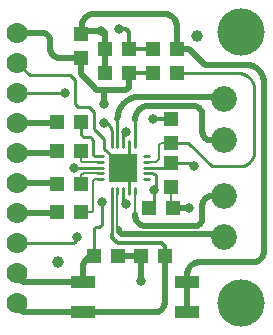
<source format=gbr>
G04 EAGLE Gerber RS-274X export*
G75*
%MOMM*%
%FSLAX34Y34*%
%LPD*%
%INTop Copper*%
%IPPOS*%
%AMOC8*
5,1,8,0,0,1.08239X$1,22.5*%
G01*
%ADD10R,2.450000X2.450000*%
%ADD11C,0.280000*%
%ADD12R,1.200000X1.300000*%
%ADD13R,1.300000X1.200000*%
%ADD14C,1.778000*%
%ADD15C,2.184400*%
%ADD16C,1.000000*%
%ADD17C,4.000000*%
%ADD18R,2.000000X1.100000*%
%ADD19C,0.500000*%
%ADD20C,0.300000*%
%ADD21C,0.250000*%
%ADD22C,0.800100*%
%ADD23C,0.254000*%
%ADD24C,0.203200*%


D10*
X105000Y140000D03*
D11*
X87600Y130000D02*
X82900Y130000D01*
X95000Y122600D02*
X95000Y117900D01*
X100000Y117900D02*
X100000Y122600D01*
X105000Y122600D02*
X105000Y117900D01*
X110000Y117900D02*
X110000Y122600D01*
X115000Y122600D02*
X115000Y117900D01*
X122400Y130000D02*
X127100Y130000D01*
X127100Y135000D02*
X122400Y135000D01*
X122400Y140000D02*
X127100Y140000D01*
X127100Y145000D02*
X122400Y145000D01*
X122400Y150000D02*
X127100Y150000D01*
X115000Y157400D02*
X115000Y162100D01*
X87600Y150000D02*
X82900Y150000D01*
X82900Y145000D02*
X87600Y145000D01*
X87600Y140000D02*
X82900Y140000D01*
X82900Y135000D02*
X87600Y135000D01*
X110000Y157400D02*
X110000Y162100D01*
X105000Y162100D02*
X105000Y157400D01*
X100000Y157400D02*
X100000Y162100D01*
X95000Y162100D02*
X95000Y157400D01*
D12*
X140160Y65000D03*
X119840Y65000D03*
X79840Y65000D03*
X100160Y65000D03*
X129840Y220000D03*
X150160Y220000D03*
X89840Y240000D03*
X110160Y240000D03*
D13*
X69000Y232840D03*
X69000Y253160D03*
D12*
X126840Y106000D03*
X147160Y106000D03*
D13*
X145000Y144160D03*
X145000Y123840D03*
X145000Y160840D03*
X145000Y181160D03*
D14*
X15000Y254300D03*
X15000Y228900D03*
X15000Y203500D03*
X15000Y178100D03*
X15000Y152700D03*
X15000Y127300D03*
X15000Y101900D03*
X15000Y76500D03*
X15000Y51100D03*
X15000Y25700D03*
D12*
X150160Y240000D03*
X129840Y240000D03*
X110160Y220000D03*
X89840Y220000D03*
D15*
X190000Y116000D03*
X190000Y81000D03*
X190000Y198000D03*
X190000Y163000D03*
D16*
X167000Y251000D03*
X50000Y60000D03*
D17*
X205000Y25000D03*
X205000Y255000D03*
D18*
X159000Y17300D03*
X159000Y42700D03*
X71000Y17300D03*
X71000Y42700D03*
D12*
X48840Y126000D03*
X69160Y126000D03*
X48840Y102000D03*
X69160Y102000D03*
X48840Y179000D03*
X69160Y179000D03*
X48840Y154000D03*
X69160Y154000D03*
D19*
X71000Y17300D02*
X23400Y17300D01*
X23197Y17302D01*
X22994Y17310D01*
X22792Y17322D01*
X22589Y17339D01*
X22387Y17361D01*
X22186Y17388D01*
X21986Y17420D01*
X21786Y17456D01*
X21587Y17498D01*
X21390Y17544D01*
X21193Y17595D01*
X20998Y17651D01*
X20804Y17711D01*
X20612Y17776D01*
X20421Y17846D01*
X20232Y17920D01*
X20045Y17999D01*
X19860Y18082D01*
X19677Y18170D01*
X19496Y18262D01*
X19318Y18359D01*
X19142Y18459D01*
X18968Y18564D01*
X18797Y18674D01*
X18628Y18787D01*
X18463Y18904D01*
X18300Y19026D01*
X18140Y19151D01*
X17983Y19280D01*
X17830Y19413D01*
X17679Y19549D01*
X17533Y19689D01*
X17389Y19833D01*
X17249Y19979D01*
X17113Y20130D01*
X16980Y20283D01*
X16851Y20440D01*
X16726Y20600D01*
X16604Y20763D01*
X16487Y20928D01*
X16374Y21097D01*
X16264Y21268D01*
X16159Y21442D01*
X16059Y21618D01*
X15962Y21796D01*
X15870Y21977D01*
X15782Y22160D01*
X15699Y22345D01*
X15620Y22532D01*
X15546Y22721D01*
X15476Y22912D01*
X15411Y23104D01*
X15351Y23298D01*
X15295Y23493D01*
X15244Y23690D01*
X15198Y23887D01*
X15156Y24086D01*
X15120Y24286D01*
X15088Y24486D01*
X15061Y24687D01*
X15039Y24889D01*
X15022Y25092D01*
X15010Y25294D01*
X15002Y25497D01*
X15000Y25700D01*
X71000Y17300D02*
X131300Y17300D01*
X131510Y17303D01*
X131720Y17310D01*
X131930Y17323D01*
X132140Y17341D01*
X132349Y17363D01*
X132557Y17391D01*
X132765Y17424D01*
X132972Y17462D01*
X133177Y17505D01*
X133382Y17553D01*
X133586Y17606D01*
X133788Y17663D01*
X133988Y17726D01*
X134188Y17793D01*
X134385Y17865D01*
X134581Y17942D01*
X134774Y18024D01*
X134966Y18110D01*
X135156Y18201D01*
X135343Y18297D01*
X135528Y18396D01*
X135711Y18501D01*
X135890Y18610D01*
X136068Y18723D01*
X136242Y18840D01*
X136414Y18962D01*
X136582Y19087D01*
X136748Y19217D01*
X136910Y19350D01*
X137069Y19488D01*
X137225Y19629D01*
X137377Y19774D01*
X137526Y19923D01*
X137671Y20075D01*
X137812Y20231D01*
X137950Y20390D01*
X138083Y20552D01*
X138213Y20718D01*
X138338Y20886D01*
X138460Y21058D01*
X138577Y21232D01*
X138690Y21410D01*
X138799Y21589D01*
X138904Y21772D01*
X139003Y21957D01*
X139099Y22144D01*
X139190Y22334D01*
X139276Y22526D01*
X139358Y22719D01*
X139435Y22915D01*
X139507Y23112D01*
X139574Y23312D01*
X139637Y23512D01*
X139694Y23714D01*
X139747Y23918D01*
X139795Y24123D01*
X139838Y24328D01*
X139876Y24535D01*
X139909Y24743D01*
X139937Y24951D01*
X139959Y25160D01*
X139977Y25370D01*
X139990Y25580D01*
X139997Y25790D01*
X140000Y26000D01*
X140000Y64840D01*
X140002Y64863D01*
X140006Y64885D01*
X140014Y64906D01*
X140025Y64927D01*
X140039Y64945D01*
X140055Y64961D01*
X140073Y64975D01*
X140094Y64986D01*
X140115Y64994D01*
X140137Y64998D01*
X140160Y65000D01*
D20*
X140160Y71840D01*
X140158Y71968D01*
X140152Y72096D01*
X140142Y72224D01*
X140128Y72351D01*
X140111Y72478D01*
X140089Y72604D01*
X140064Y72730D01*
X140034Y72855D01*
X140001Y72978D01*
X139964Y73101D01*
X139924Y73223D01*
X139879Y73343D01*
X139831Y73462D01*
X139779Y73579D01*
X139724Y73694D01*
X139665Y73808D01*
X139603Y73920D01*
X139537Y74030D01*
X139468Y74138D01*
X139395Y74244D01*
X139320Y74347D01*
X139241Y74448D01*
X139159Y74547D01*
X139074Y74643D01*
X138987Y74736D01*
X138896Y74827D01*
X138803Y74914D01*
X138707Y74999D01*
X138608Y75081D01*
X138507Y75160D01*
X138404Y75235D01*
X138298Y75308D01*
X138190Y75377D01*
X138080Y75443D01*
X137968Y75505D01*
X137854Y75564D01*
X137739Y75619D01*
X137622Y75671D01*
X137503Y75719D01*
X137383Y75764D01*
X137261Y75804D01*
X137138Y75841D01*
X137015Y75874D01*
X136890Y75904D01*
X136764Y75929D01*
X136638Y75951D01*
X136511Y75968D01*
X136384Y75982D01*
X136256Y75992D01*
X136128Y75998D01*
X136000Y76000D01*
X103000Y76000D01*
X102807Y76002D01*
X102613Y76009D01*
X102421Y76021D01*
X102228Y76037D01*
X102036Y76058D01*
X101844Y76084D01*
X101653Y76114D01*
X101463Y76149D01*
X101274Y76188D01*
X101085Y76232D01*
X100898Y76281D01*
X100712Y76334D01*
X100528Y76392D01*
X100345Y76454D01*
X100163Y76520D01*
X99983Y76591D01*
X99805Y76666D01*
X99629Y76745D01*
X99454Y76829D01*
X99282Y76916D01*
X99112Y77008D01*
X98944Y77104D01*
X98779Y77204D01*
X98616Y77308D01*
X98455Y77416D01*
X98298Y77528D01*
X98143Y77643D01*
X97991Y77763D01*
X97841Y77885D01*
X97695Y78012D01*
X97552Y78142D01*
X97412Y78275D01*
X97275Y78412D01*
X97142Y78552D01*
X97012Y78695D01*
X96885Y78841D01*
X96763Y78991D01*
X96643Y79143D01*
X96528Y79298D01*
X96416Y79455D01*
X96308Y79616D01*
X96204Y79779D01*
X96104Y79944D01*
X96008Y80112D01*
X95916Y80282D01*
X95829Y80454D01*
X95745Y80629D01*
X95666Y80805D01*
X95591Y80983D01*
X95520Y81163D01*
X95454Y81345D01*
X95392Y81528D01*
X95334Y81712D01*
X95281Y81898D01*
X95232Y82085D01*
X95188Y82274D01*
X95149Y82463D01*
X95114Y82653D01*
X95084Y82844D01*
X95058Y83036D01*
X95037Y83228D01*
X95021Y83421D01*
X95009Y83613D01*
X95002Y83807D01*
X95000Y84000D01*
D21*
X95000Y120250D01*
D19*
X71000Y42700D02*
X23400Y42700D01*
X23197Y42702D01*
X22994Y42710D01*
X22792Y42722D01*
X22589Y42739D01*
X22387Y42761D01*
X22186Y42788D01*
X21986Y42820D01*
X21786Y42856D01*
X21587Y42898D01*
X21390Y42944D01*
X21193Y42995D01*
X20998Y43051D01*
X20804Y43111D01*
X20612Y43176D01*
X20421Y43246D01*
X20232Y43320D01*
X20045Y43399D01*
X19860Y43482D01*
X19677Y43570D01*
X19496Y43662D01*
X19318Y43759D01*
X19142Y43859D01*
X18968Y43964D01*
X18797Y44074D01*
X18628Y44187D01*
X18463Y44304D01*
X18300Y44426D01*
X18140Y44551D01*
X17983Y44680D01*
X17830Y44813D01*
X17679Y44949D01*
X17533Y45089D01*
X17389Y45233D01*
X17249Y45379D01*
X17113Y45530D01*
X16980Y45683D01*
X16851Y45840D01*
X16726Y46000D01*
X16604Y46163D01*
X16487Y46328D01*
X16374Y46497D01*
X16264Y46668D01*
X16159Y46842D01*
X16059Y47018D01*
X15962Y47196D01*
X15870Y47377D01*
X15782Y47560D01*
X15699Y47745D01*
X15620Y47932D01*
X15546Y48121D01*
X15476Y48312D01*
X15411Y48504D01*
X15351Y48698D01*
X15295Y48893D01*
X15244Y49090D01*
X15198Y49287D01*
X15156Y49486D01*
X15120Y49686D01*
X15088Y49886D01*
X15061Y50087D01*
X15039Y50289D01*
X15022Y50492D01*
X15010Y50694D01*
X15002Y50897D01*
X15000Y51100D01*
X71000Y56160D02*
X71000Y42700D01*
X71000Y56160D02*
X71003Y56374D01*
X71010Y56587D01*
X71023Y56800D01*
X71041Y57013D01*
X71064Y57226D01*
X71093Y57437D01*
X71126Y57648D01*
X71165Y57858D01*
X71208Y58068D01*
X71257Y58276D01*
X71311Y58482D01*
X71369Y58688D01*
X71433Y58892D01*
X71501Y59094D01*
X71574Y59295D01*
X71653Y59494D01*
X71736Y59690D01*
X71823Y59885D01*
X71916Y60078D01*
X72013Y60268D01*
X72114Y60456D01*
X72220Y60642D01*
X72331Y60824D01*
X72446Y61004D01*
X72565Y61182D01*
X72688Y61356D01*
X72816Y61527D01*
X72948Y61695D01*
X73083Y61860D01*
X73223Y62022D01*
X73367Y62180D01*
X73514Y62335D01*
X73665Y62486D01*
X73820Y62633D01*
X73978Y62777D01*
X74140Y62917D01*
X74305Y63052D01*
X74473Y63184D01*
X74644Y63312D01*
X74818Y63435D01*
X74996Y63554D01*
X75176Y63669D01*
X75358Y63780D01*
X75544Y63886D01*
X75732Y63987D01*
X75922Y64084D01*
X76115Y64177D01*
X76310Y64264D01*
X76506Y64347D01*
X76705Y64426D01*
X76906Y64499D01*
X77108Y64567D01*
X77312Y64631D01*
X77518Y64689D01*
X77724Y64743D01*
X77932Y64792D01*
X78142Y64835D01*
X78352Y64874D01*
X78563Y64907D01*
X78774Y64936D01*
X78987Y64959D01*
X79200Y64977D01*
X79413Y64990D01*
X79626Y64997D01*
X79840Y65000D01*
D22*
X89000Y178000D03*
X87000Y111000D03*
D21*
X87000Y98000D01*
X79840Y86840D02*
X79840Y65000D01*
X79840Y86840D02*
X79842Y86950D01*
X79848Y87060D01*
X79857Y87170D01*
X79871Y87280D01*
X79888Y87389D01*
X79909Y87497D01*
X79934Y87604D01*
X79962Y87711D01*
X79995Y87816D01*
X80031Y87921D01*
X80070Y88024D01*
X80113Y88125D01*
X80160Y88225D01*
X80210Y88324D01*
X80263Y88420D01*
X80320Y88515D01*
X80380Y88607D01*
X80444Y88697D01*
X80510Y88785D01*
X80579Y88871D01*
X80652Y88954D01*
X80727Y89035D01*
X80805Y89113D01*
X80886Y89188D01*
X80969Y89261D01*
X81055Y89330D01*
X81143Y89396D01*
X81233Y89460D01*
X81325Y89520D01*
X81420Y89577D01*
X81516Y89630D01*
X81615Y89680D01*
X81715Y89727D01*
X81816Y89770D01*
X81919Y89809D01*
X82024Y89845D01*
X82129Y89878D01*
X82236Y89906D01*
X82343Y89931D01*
X82451Y89952D01*
X82560Y89969D01*
X82670Y89983D01*
X82780Y89992D01*
X82890Y89998D01*
X83000Y90000D01*
X84000Y90000D01*
X84107Y90002D01*
X84214Y90008D01*
X84321Y90017D01*
X84427Y90031D01*
X84533Y90048D01*
X84638Y90069D01*
X84742Y90093D01*
X84845Y90122D01*
X84947Y90154D01*
X85048Y90189D01*
X85148Y90228D01*
X85246Y90271D01*
X85343Y90317D01*
X85438Y90367D01*
X85531Y90420D01*
X85622Y90476D01*
X85711Y90536D01*
X85798Y90598D01*
X85882Y90664D01*
X85965Y90733D01*
X86044Y90804D01*
X86121Y90879D01*
X86196Y90956D01*
X86267Y91035D01*
X86336Y91118D01*
X86402Y91202D01*
X86464Y91289D01*
X86524Y91378D01*
X86580Y91469D01*
X86633Y91562D01*
X86683Y91657D01*
X86729Y91754D01*
X86772Y91852D01*
X86811Y91952D01*
X86846Y92053D01*
X86878Y92155D01*
X86907Y92258D01*
X86931Y92362D01*
X86952Y92467D01*
X86969Y92573D01*
X86983Y92679D01*
X86992Y92786D01*
X86998Y92893D01*
X87000Y93000D01*
X87000Y98000D01*
D23*
X95000Y159750D02*
X95000Y170000D01*
X95022Y170169D01*
X95040Y170339D01*
X95054Y170510D01*
X95064Y170680D01*
X95069Y170851D01*
X95071Y171022D01*
X95068Y171193D01*
X95062Y171364D01*
X95051Y171534D01*
X95036Y171704D01*
X95017Y171874D01*
X94994Y172043D01*
X94966Y172212D01*
X94935Y172380D01*
X94900Y172547D01*
X94860Y172713D01*
X94817Y172879D01*
X94769Y173043D01*
X94718Y173206D01*
X94663Y173368D01*
X94604Y173528D01*
X94541Y173687D01*
X94474Y173844D01*
X94403Y174000D01*
X94329Y174153D01*
X94251Y174305D01*
X94169Y174456D01*
X94084Y174604D01*
X93995Y174750D01*
X93903Y174893D01*
X93807Y175035D01*
X93708Y175174D01*
X93605Y175311D01*
X93499Y175445D01*
X93390Y175576D01*
X93278Y175705D01*
X93163Y175831D01*
X93045Y175955D01*
X92923Y176075D01*
X92799Y176193D01*
X92673Y176307D01*
X92543Y176419D01*
X92411Y176527D01*
X92276Y176632D01*
X92138Y176733D01*
X91999Y176832D01*
X91857Y176927D01*
X91712Y177018D01*
X91566Y177106D01*
X91417Y177190D01*
X91267Y177271D01*
X91114Y177348D01*
X90960Y177422D01*
X90804Y177491D01*
X90646Y177557D01*
X90487Y177619D01*
X90326Y177677D01*
X90164Y177732D01*
X90001Y177782D01*
X89836Y177828D01*
X89671Y177871D01*
X89504Y177909D01*
X89337Y177943D01*
X89169Y177974D01*
X89000Y178000D01*
D24*
X145000Y123840D02*
X145000Y108160D01*
X147160Y106000D01*
D20*
X129840Y220000D02*
X110160Y220000D01*
D19*
X35700Y254300D02*
X15000Y254300D01*
X35700Y254300D02*
X35876Y254298D01*
X36053Y254291D01*
X36229Y254281D01*
X36405Y254266D01*
X36580Y254247D01*
X36755Y254223D01*
X36929Y254196D01*
X37103Y254164D01*
X37275Y254128D01*
X37447Y254088D01*
X37618Y254044D01*
X37787Y253995D01*
X37956Y253943D01*
X38123Y253886D01*
X38289Y253826D01*
X38453Y253761D01*
X38615Y253693D01*
X38776Y253620D01*
X38935Y253544D01*
X39092Y253464D01*
X39248Y253380D01*
X39401Y253292D01*
X39552Y253201D01*
X39700Y253106D01*
X39847Y253008D01*
X39991Y252906D01*
X40132Y252800D01*
X40271Y252692D01*
X40407Y252580D01*
X40541Y252464D01*
X40671Y252346D01*
X40799Y252224D01*
X40924Y252099D01*
X41046Y251971D01*
X41164Y251841D01*
X41280Y251707D01*
X41392Y251571D01*
X41500Y251432D01*
X41606Y251291D01*
X41708Y251147D01*
X41806Y251000D01*
X41901Y250852D01*
X41992Y250701D01*
X42080Y250548D01*
X42164Y250392D01*
X42244Y250235D01*
X42320Y250076D01*
X42393Y249915D01*
X42461Y249753D01*
X42526Y249589D01*
X42586Y249423D01*
X42643Y249256D01*
X42695Y249087D01*
X42744Y248918D01*
X42788Y248747D01*
X42828Y248575D01*
X42864Y248403D01*
X42896Y248229D01*
X42923Y248055D01*
X42947Y247880D01*
X42966Y247705D01*
X42981Y247529D01*
X42991Y247353D01*
X42998Y247176D01*
X43000Y247000D01*
X43000Y241000D01*
X43002Y240807D01*
X43009Y240613D01*
X43021Y240421D01*
X43037Y240228D01*
X43058Y240036D01*
X43084Y239844D01*
X43114Y239653D01*
X43149Y239463D01*
X43188Y239274D01*
X43232Y239085D01*
X43281Y238898D01*
X43334Y238712D01*
X43392Y238528D01*
X43454Y238345D01*
X43520Y238163D01*
X43591Y237983D01*
X43666Y237805D01*
X43745Y237629D01*
X43829Y237454D01*
X43916Y237282D01*
X44008Y237112D01*
X44104Y236944D01*
X44204Y236779D01*
X44308Y236616D01*
X44416Y236455D01*
X44528Y236298D01*
X44643Y236143D01*
X44763Y235991D01*
X44885Y235841D01*
X45012Y235695D01*
X45142Y235552D01*
X45275Y235412D01*
X45412Y235275D01*
X45552Y235142D01*
X45695Y235012D01*
X45841Y234885D01*
X45991Y234763D01*
X46143Y234643D01*
X46298Y234528D01*
X46455Y234416D01*
X46616Y234308D01*
X46779Y234204D01*
X46944Y234104D01*
X47112Y234008D01*
X47282Y233916D01*
X47454Y233829D01*
X47629Y233745D01*
X47805Y233666D01*
X47983Y233591D01*
X48163Y233520D01*
X48345Y233454D01*
X48528Y233392D01*
X48712Y233334D01*
X48898Y233281D01*
X49085Y233232D01*
X49274Y233188D01*
X49463Y233149D01*
X49653Y233114D01*
X49844Y233084D01*
X50036Y233058D01*
X50228Y233037D01*
X50421Y233021D01*
X50613Y233009D01*
X50807Y233002D01*
X51000Y233000D01*
X68840Y233000D01*
X68863Y232998D01*
X68885Y232994D01*
X68906Y232986D01*
X68927Y232975D01*
X68945Y232961D01*
X68961Y232945D01*
X68975Y232927D01*
X68986Y232906D01*
X68994Y232885D01*
X68998Y232863D01*
X69000Y232840D01*
X110160Y220000D02*
X110160Y210160D01*
X110158Y210032D01*
X110152Y209904D01*
X110142Y209776D01*
X110128Y209649D01*
X110111Y209522D01*
X110089Y209396D01*
X110064Y209270D01*
X110034Y209145D01*
X110001Y209022D01*
X109964Y208899D01*
X109924Y208777D01*
X109879Y208657D01*
X109831Y208538D01*
X109779Y208421D01*
X109724Y208306D01*
X109665Y208192D01*
X109603Y208080D01*
X109537Y207970D01*
X109468Y207862D01*
X109395Y207756D01*
X109320Y207653D01*
X109241Y207552D01*
X109159Y207453D01*
X109074Y207357D01*
X108987Y207264D01*
X108896Y207173D01*
X108803Y207086D01*
X108707Y207001D01*
X108608Y206919D01*
X108507Y206840D01*
X108404Y206765D01*
X108298Y206692D01*
X108190Y206623D01*
X108080Y206557D01*
X107968Y206495D01*
X107854Y206436D01*
X107739Y206381D01*
X107622Y206329D01*
X107503Y206281D01*
X107383Y206236D01*
X107261Y206196D01*
X107138Y206159D01*
X107015Y206126D01*
X106890Y206096D01*
X106764Y206071D01*
X106638Y206049D01*
X106511Y206032D01*
X106384Y206018D01*
X106256Y206008D01*
X106128Y206002D01*
X106000Y206000D01*
X90000Y206000D01*
X100160Y65000D02*
X119840Y65000D01*
X119840Y44160D01*
X119842Y44137D01*
X119846Y44115D01*
X119854Y44094D01*
X119865Y44073D01*
X119879Y44055D01*
X119895Y44039D01*
X119913Y44025D01*
X119934Y44014D01*
X119955Y44006D01*
X119977Y44002D01*
X120000Y44000D01*
D22*
X120000Y44000D03*
X161000Y106000D03*
D19*
X147160Y106000D01*
D21*
X105000Y112000D02*
X105000Y120250D01*
X105000Y112000D02*
X104993Y111897D01*
X104989Y111794D01*
X104990Y111691D01*
X104994Y111587D01*
X105002Y111484D01*
X105014Y111382D01*
X105029Y111280D01*
X105049Y111178D01*
X105072Y111078D01*
X105099Y110978D01*
X105130Y110880D01*
X105164Y110782D01*
X105202Y110686D01*
X105244Y110592D01*
X105289Y110499D01*
X105337Y110408D01*
X105389Y110318D01*
X105444Y110231D01*
X105503Y110146D01*
X105564Y110063D01*
X105629Y109982D01*
X105697Y109904D01*
X105767Y109829D01*
X105840Y109756D01*
X105916Y109686D01*
X105995Y109619D01*
X106075Y109555D01*
X106159Y109494D01*
X106244Y109436D01*
X106332Y109381D01*
X106421Y109330D01*
X106513Y109282D01*
X106606Y109237D01*
X106701Y109196D01*
X106797Y109159D01*
X106894Y109125D01*
X106993Y109095D01*
X107093Y109068D01*
X107194Y109046D01*
X107295Y109027D01*
X107397Y109012D01*
X107500Y109000D01*
D22*
X107500Y109000D03*
D21*
X105000Y159750D02*
X105000Y168000D01*
X107500Y170500D01*
D22*
X107500Y170500D03*
X88500Y194000D03*
D19*
X88500Y204500D01*
X88502Y204576D01*
X88508Y204652D01*
X88517Y204727D01*
X88531Y204802D01*
X88548Y204876D01*
X88569Y204949D01*
X88593Y205021D01*
X88622Y205092D01*
X88653Y205161D01*
X88688Y205228D01*
X88727Y205293D01*
X88769Y205357D01*
X88814Y205418D01*
X88862Y205477D01*
X88913Y205533D01*
X88967Y205587D01*
X89023Y205638D01*
X89082Y205686D01*
X89143Y205731D01*
X89207Y205773D01*
X89272Y205812D01*
X89339Y205847D01*
X89408Y205878D01*
X89479Y205907D01*
X89551Y205931D01*
X89624Y205952D01*
X89698Y205969D01*
X89773Y205983D01*
X89848Y205992D01*
X89924Y205998D01*
X90000Y206000D01*
X69000Y219000D02*
X69000Y232840D01*
X69000Y219000D02*
X80000Y208000D01*
X82000Y206000D02*
X90000Y206000D01*
X82000Y206000D02*
X80000Y208000D01*
D21*
X110000Y135000D02*
X110000Y120250D01*
X110000Y135000D02*
X105000Y140000D01*
D22*
X86000Y256000D03*
D19*
X71840Y256000D01*
X71736Y255998D01*
X71633Y255992D01*
X71529Y255983D01*
X71426Y255970D01*
X71324Y255953D01*
X71222Y255932D01*
X71122Y255908D01*
X71022Y255880D01*
X70923Y255848D01*
X70825Y255813D01*
X70729Y255774D01*
X70635Y255731D01*
X70541Y255686D01*
X70450Y255637D01*
X70361Y255584D01*
X70273Y255529D01*
X70188Y255470D01*
X70104Y255408D01*
X70023Y255343D01*
X69945Y255275D01*
X69869Y255205D01*
X69795Y255131D01*
X69725Y255055D01*
X69657Y254977D01*
X69592Y254896D01*
X69530Y254812D01*
X69471Y254727D01*
X69416Y254639D01*
X69363Y254550D01*
X69314Y254459D01*
X69269Y254365D01*
X69226Y254271D01*
X69187Y254175D01*
X69152Y254077D01*
X69120Y253978D01*
X69092Y253878D01*
X69068Y253778D01*
X69047Y253676D01*
X69030Y253574D01*
X69017Y253471D01*
X69008Y253367D01*
X69002Y253264D01*
X69000Y253160D01*
X89840Y240000D02*
X89840Y220000D01*
X89840Y240000D02*
X89840Y252160D01*
X89838Y252283D01*
X89832Y252406D01*
X89822Y252529D01*
X89808Y252651D01*
X89791Y252773D01*
X89769Y252894D01*
X89744Y253014D01*
X89714Y253134D01*
X89681Y253253D01*
X89644Y253370D01*
X89604Y253486D01*
X89559Y253601D01*
X89511Y253714D01*
X89460Y253826D01*
X89405Y253936D01*
X89346Y254044D01*
X89284Y254151D01*
X89218Y254255D01*
X89149Y254357D01*
X89077Y254457D01*
X89002Y254554D01*
X88924Y254649D01*
X88843Y254742D01*
X88758Y254831D01*
X88671Y254918D01*
X88582Y255003D01*
X88489Y255084D01*
X88394Y255162D01*
X88297Y255237D01*
X88197Y255309D01*
X88095Y255378D01*
X87991Y255444D01*
X87884Y255506D01*
X87776Y255565D01*
X87666Y255620D01*
X87554Y255671D01*
X87441Y255719D01*
X87326Y255764D01*
X87210Y255804D01*
X87093Y255841D01*
X86974Y255874D01*
X86854Y255904D01*
X86734Y255929D01*
X86613Y255951D01*
X86491Y255968D01*
X86369Y255982D01*
X86246Y255992D01*
X86123Y255998D01*
X86000Y256000D01*
X150160Y259840D02*
X150160Y240000D01*
X150160Y259840D02*
X150157Y260086D01*
X150148Y260331D01*
X150133Y260576D01*
X150113Y260821D01*
X150086Y261065D01*
X150053Y261308D01*
X150015Y261551D01*
X149971Y261792D01*
X149921Y262032D01*
X149865Y262271D01*
X149803Y262509D01*
X149736Y262745D01*
X149663Y262980D01*
X149584Y263212D01*
X149500Y263443D01*
X149410Y263671D01*
X149315Y263898D01*
X149214Y264121D01*
X149108Y264343D01*
X148996Y264562D01*
X148880Y264778D01*
X148758Y264991D01*
X148631Y265201D01*
X148499Y265408D01*
X148362Y265612D01*
X148220Y265812D01*
X148073Y266009D01*
X147921Y266202D01*
X147765Y266392D01*
X147605Y266577D01*
X147440Y266759D01*
X147270Y266937D01*
X147097Y267110D01*
X146919Y267280D01*
X146737Y267445D01*
X146552Y267605D01*
X146362Y267761D01*
X146169Y267913D01*
X145972Y268060D01*
X145772Y268202D01*
X145568Y268339D01*
X145361Y268471D01*
X145151Y268598D01*
X144938Y268720D01*
X144722Y268836D01*
X144503Y268948D01*
X144281Y269054D01*
X144058Y269155D01*
X143831Y269250D01*
X143603Y269340D01*
X143372Y269424D01*
X143140Y269503D01*
X142905Y269576D01*
X142669Y269643D01*
X142431Y269705D01*
X142192Y269761D01*
X141952Y269811D01*
X141711Y269855D01*
X141468Y269893D01*
X141225Y269926D01*
X140981Y269953D01*
X140736Y269973D01*
X140491Y269988D01*
X140246Y269997D01*
X140000Y270000D01*
X80000Y270000D01*
X79758Y269997D01*
X79517Y269988D01*
X79276Y269974D01*
X79035Y269953D01*
X78795Y269927D01*
X78555Y269895D01*
X78316Y269857D01*
X78079Y269814D01*
X77842Y269764D01*
X77607Y269709D01*
X77373Y269649D01*
X77141Y269582D01*
X76910Y269511D01*
X76681Y269433D01*
X76454Y269350D01*
X76229Y269262D01*
X76006Y269168D01*
X75786Y269069D01*
X75568Y268964D01*
X75353Y268855D01*
X75140Y268740D01*
X74930Y268620D01*
X74724Y268495D01*
X74520Y268365D01*
X74319Y268230D01*
X74122Y268090D01*
X73928Y267946D01*
X73738Y267797D01*
X73552Y267643D01*
X73369Y267485D01*
X73190Y267323D01*
X73015Y267156D01*
X72844Y266985D01*
X72677Y266810D01*
X72515Y266631D01*
X72357Y266448D01*
X72203Y266262D01*
X72054Y266072D01*
X71910Y265878D01*
X71770Y265681D01*
X71635Y265480D01*
X71505Y265276D01*
X71380Y265070D01*
X71260Y264860D01*
X71145Y264647D01*
X71036Y264432D01*
X70931Y264214D01*
X70832Y263994D01*
X70738Y263771D01*
X70650Y263546D01*
X70567Y263319D01*
X70489Y263090D01*
X70418Y262859D01*
X70351Y262627D01*
X70291Y262393D01*
X70236Y262158D01*
X70186Y261921D01*
X70143Y261684D01*
X70105Y261445D01*
X70073Y261205D01*
X70047Y260965D01*
X70026Y260724D01*
X70012Y260483D01*
X70003Y260242D01*
X70000Y260000D01*
X70000Y254160D01*
X69998Y254100D01*
X69993Y254039D01*
X69984Y253980D01*
X69971Y253921D01*
X69955Y253862D01*
X69935Y253805D01*
X69912Y253750D01*
X69885Y253695D01*
X69856Y253643D01*
X69823Y253592D01*
X69787Y253543D01*
X69749Y253497D01*
X69707Y253453D01*
X69663Y253411D01*
X69617Y253373D01*
X69568Y253337D01*
X69517Y253304D01*
X69465Y253275D01*
X69410Y253248D01*
X69355Y253225D01*
X69298Y253205D01*
X69239Y253189D01*
X69180Y253176D01*
X69121Y253167D01*
X69060Y253162D01*
X69000Y253160D01*
X159000Y42700D02*
X159000Y17300D01*
X159000Y42700D02*
X159000Y49000D01*
X159003Y49266D01*
X159013Y49531D01*
X159029Y49797D01*
X159051Y50062D01*
X159080Y50326D01*
X159115Y50589D01*
X159157Y50852D01*
X159205Y51113D01*
X159259Y51374D01*
X159320Y51632D01*
X159386Y51890D01*
X159459Y52145D01*
X159538Y52399D01*
X159624Y52651D01*
X159715Y52901D01*
X159812Y53148D01*
X159915Y53393D01*
X160024Y53635D01*
X160139Y53875D01*
X160260Y54112D01*
X160386Y54346D01*
X160518Y54577D01*
X160656Y54804D01*
X160799Y55028D01*
X160947Y55249D01*
X161101Y55466D01*
X161260Y55679D01*
X161424Y55888D01*
X161593Y56093D01*
X161766Y56294D01*
X161945Y56491D01*
X162128Y56684D01*
X162316Y56872D01*
X162509Y57055D01*
X162706Y57234D01*
X162907Y57407D01*
X163112Y57576D01*
X163321Y57740D01*
X163534Y57899D01*
X163751Y58053D01*
X163972Y58201D01*
X164196Y58344D01*
X164423Y58482D01*
X164654Y58614D01*
X164888Y58740D01*
X165125Y58861D01*
X165365Y58976D01*
X165607Y59085D01*
X165852Y59188D01*
X166099Y59285D01*
X166349Y59376D01*
X166601Y59462D01*
X166855Y59541D01*
X167110Y59614D01*
X167368Y59680D01*
X167626Y59741D01*
X167887Y59795D01*
X168148Y59843D01*
X168411Y59885D01*
X168674Y59920D01*
X168938Y59949D01*
X169203Y59971D01*
X169469Y59987D01*
X169734Y59997D01*
X170000Y60000D01*
X174000Y227000D02*
X161000Y240000D01*
X150160Y240000D01*
D21*
X110000Y159750D02*
X110000Y151000D01*
X108000Y149000D01*
X96000Y149000D01*
X89000Y156000D01*
X89000Y164000D01*
X80000Y173000D01*
X80000Y186000D01*
X80000Y187000D01*
X76000Y191000D01*
X67000Y191000D01*
X64000Y194000D01*
X64000Y214000D01*
X60000Y218000D01*
X25900Y218000D01*
X15000Y228900D01*
X108000Y149000D02*
X108000Y143000D01*
X105000Y140000D01*
D19*
X170000Y60000D02*
X215000Y60000D01*
X215217Y60003D01*
X215435Y60011D01*
X215652Y60024D01*
X215869Y60042D01*
X216085Y60066D01*
X216300Y60094D01*
X216515Y60128D01*
X216729Y60168D01*
X216942Y60212D01*
X217154Y60262D01*
X217364Y60316D01*
X217574Y60376D01*
X217781Y60440D01*
X217987Y60510D01*
X218191Y60585D01*
X218394Y60664D01*
X218594Y60749D01*
X218793Y60838D01*
X218989Y60932D01*
X219183Y61031D01*
X219374Y61134D01*
X219563Y61242D01*
X219749Y61355D01*
X219932Y61472D01*
X220113Y61593D01*
X220290Y61719D01*
X220464Y61849D01*
X220636Y61983D01*
X220804Y62121D01*
X220968Y62263D01*
X221129Y62410D01*
X221287Y62560D01*
X221440Y62713D01*
X221590Y62871D01*
X221737Y63032D01*
X221879Y63196D01*
X222017Y63364D01*
X222151Y63536D01*
X222281Y63710D01*
X222407Y63887D01*
X222528Y64068D01*
X222645Y64251D01*
X222758Y64437D01*
X222866Y64626D01*
X222969Y64817D01*
X223068Y65011D01*
X223162Y65207D01*
X223251Y65406D01*
X223336Y65606D01*
X223415Y65809D01*
X223490Y66013D01*
X223560Y66219D01*
X223624Y66426D01*
X223684Y66636D01*
X223738Y66846D01*
X223788Y67058D01*
X223832Y67271D01*
X223872Y67485D01*
X223906Y67700D01*
X223934Y67915D01*
X223958Y68131D01*
X223976Y68348D01*
X223989Y68565D01*
X223997Y68783D01*
X224000Y69000D01*
X224000Y212000D01*
X223996Y212362D01*
X223982Y212725D01*
X223961Y213087D01*
X223930Y213448D01*
X223891Y213808D01*
X223843Y214167D01*
X223786Y214525D01*
X223721Y214882D01*
X223647Y215237D01*
X223564Y215590D01*
X223473Y215941D01*
X223374Y216289D01*
X223266Y216635D01*
X223150Y216979D01*
X223025Y217319D01*
X222893Y217656D01*
X222752Y217990D01*
X222603Y218321D01*
X222446Y218648D01*
X222282Y218971D01*
X222110Y219290D01*
X221930Y219604D01*
X221742Y219915D01*
X221547Y220220D01*
X221345Y220521D01*
X221135Y220817D01*
X220919Y221107D01*
X220695Y221393D01*
X220465Y221673D01*
X220228Y221947D01*
X219984Y222215D01*
X219734Y222478D01*
X219478Y222734D01*
X219215Y222984D01*
X218947Y223228D01*
X218673Y223465D01*
X218393Y223695D01*
X218107Y223919D01*
X217817Y224135D01*
X217521Y224345D01*
X217220Y224547D01*
X216915Y224742D01*
X216604Y224930D01*
X216290Y225110D01*
X215971Y225282D01*
X215648Y225446D01*
X215321Y225603D01*
X214990Y225752D01*
X214656Y225893D01*
X214319Y226025D01*
X213979Y226150D01*
X213635Y226266D01*
X213289Y226374D01*
X212941Y226473D01*
X212590Y226564D01*
X212237Y226647D01*
X211882Y226721D01*
X211525Y226786D01*
X211167Y226843D01*
X210808Y226891D01*
X210448Y226930D01*
X210087Y226961D01*
X209725Y226982D01*
X209362Y226996D01*
X209000Y227000D01*
X174000Y227000D01*
D24*
X133000Y145000D02*
X124750Y145000D01*
X133000Y145000D02*
X135000Y147000D01*
X135000Y159000D01*
X137000Y161000D01*
X144840Y161000D01*
X145000Y160840D01*
D21*
X160160Y160840D01*
X180000Y141000D01*
X203000Y141000D01*
X203314Y141004D01*
X203628Y141015D01*
X203942Y141034D01*
X204255Y141061D01*
X204567Y141095D01*
X204878Y141136D01*
X205189Y141186D01*
X205498Y141242D01*
X205805Y141306D01*
X206111Y141378D01*
X206415Y141457D01*
X206717Y141543D01*
X207017Y141636D01*
X207315Y141737D01*
X207610Y141845D01*
X207902Y141960D01*
X208192Y142082D01*
X208478Y142211D01*
X208761Y142346D01*
X209041Y142489D01*
X209318Y142638D01*
X209590Y142794D01*
X209859Y142957D01*
X210124Y143126D01*
X210385Y143301D01*
X210641Y143483D01*
X210893Y143670D01*
X211140Y143864D01*
X211383Y144064D01*
X211621Y144269D01*
X211853Y144481D01*
X212081Y144697D01*
X212303Y144919D01*
X212519Y145147D01*
X212731Y145379D01*
X212936Y145617D01*
X213136Y145860D01*
X213330Y146107D01*
X213517Y146359D01*
X213699Y146615D01*
X213874Y146876D01*
X214043Y147141D01*
X214206Y147410D01*
X214362Y147682D01*
X214511Y147959D01*
X214654Y148239D01*
X214789Y148522D01*
X214918Y148808D01*
X215040Y149098D01*
X215155Y149390D01*
X215263Y149685D01*
X215364Y149983D01*
X215457Y150283D01*
X215543Y150585D01*
X215622Y150889D01*
X215694Y151195D01*
X215758Y151502D01*
X215814Y151811D01*
X215864Y152122D01*
X215905Y152433D01*
X215939Y152745D01*
X215966Y153058D01*
X215985Y153372D01*
X215996Y153686D01*
X216000Y154000D01*
X216000Y206000D01*
X215996Y206338D01*
X215984Y206676D01*
X215963Y207014D01*
X215935Y207351D01*
X215898Y207688D01*
X215853Y208023D01*
X215800Y208357D01*
X215739Y208690D01*
X215670Y209021D01*
X215593Y209350D01*
X215508Y209678D01*
X215415Y210003D01*
X215315Y210326D01*
X215206Y210647D01*
X215090Y210964D01*
X214966Y211279D01*
X214835Y211591D01*
X214696Y211900D01*
X214550Y212205D01*
X214396Y212506D01*
X214236Y212804D01*
X214068Y213097D01*
X213893Y213387D01*
X213711Y213672D01*
X213522Y213953D01*
X213326Y214229D01*
X213124Y214500D01*
X212915Y214767D01*
X212700Y215028D01*
X212479Y215284D01*
X212252Y215534D01*
X212018Y215779D01*
X211779Y216018D01*
X211534Y216252D01*
X211284Y216479D01*
X211028Y216700D01*
X210767Y216915D01*
X210500Y217124D01*
X210229Y217326D01*
X209953Y217522D01*
X209672Y217711D01*
X209387Y217893D01*
X209097Y218068D01*
X208804Y218236D01*
X208506Y218396D01*
X208205Y218550D01*
X207900Y218696D01*
X207591Y218835D01*
X207279Y218966D01*
X206964Y219090D01*
X206647Y219206D01*
X206326Y219315D01*
X206003Y219415D01*
X205678Y219508D01*
X205350Y219593D01*
X205021Y219670D01*
X204690Y219739D01*
X204357Y219800D01*
X204023Y219853D01*
X203688Y219898D01*
X203351Y219935D01*
X203014Y219963D01*
X202676Y219984D01*
X202338Y219996D01*
X202000Y220000D01*
X150160Y220000D01*
D20*
X129840Y240000D02*
X110160Y240000D01*
X130160Y181160D02*
X145000Y181160D01*
X130160Y181160D02*
X130137Y181158D01*
X130115Y181154D01*
X130094Y181146D01*
X130073Y181135D01*
X130055Y181121D01*
X130039Y181105D01*
X130025Y181087D01*
X130014Y181066D01*
X130006Y181045D01*
X130002Y181023D01*
X130000Y181000D01*
D22*
X130000Y181000D03*
X101000Y257000D03*
D20*
X106000Y257000D01*
X106126Y256998D01*
X106251Y256992D01*
X106376Y256982D01*
X106501Y256968D01*
X106626Y256951D01*
X106750Y256929D01*
X106873Y256904D01*
X106995Y256874D01*
X107116Y256841D01*
X107236Y256804D01*
X107355Y256764D01*
X107472Y256719D01*
X107589Y256671D01*
X107703Y256619D01*
X107816Y256564D01*
X107927Y256505D01*
X108036Y256443D01*
X108143Y256377D01*
X108248Y256308D01*
X108351Y256236D01*
X108452Y256161D01*
X108550Y256082D01*
X108645Y256000D01*
X108738Y255916D01*
X108828Y255828D01*
X108916Y255738D01*
X109000Y255645D01*
X109082Y255550D01*
X109161Y255452D01*
X109236Y255351D01*
X109308Y255248D01*
X109377Y255143D01*
X109443Y255036D01*
X109505Y254927D01*
X109564Y254816D01*
X109619Y254703D01*
X109671Y254589D01*
X109719Y254472D01*
X109764Y254355D01*
X109804Y254236D01*
X109841Y254116D01*
X109874Y253995D01*
X109904Y253873D01*
X109929Y253750D01*
X109951Y253626D01*
X109968Y253501D01*
X109982Y253376D01*
X109992Y253251D01*
X109998Y253126D01*
X110000Y253000D01*
X110000Y240160D01*
X110002Y240137D01*
X110006Y240115D01*
X110014Y240094D01*
X110025Y240073D01*
X110039Y240055D01*
X110055Y240039D01*
X110073Y240025D01*
X110094Y240014D01*
X110115Y240006D01*
X110137Y240002D01*
X110160Y240000D01*
D22*
X63000Y140000D03*
D21*
X85250Y140000D01*
X124750Y135000D02*
X130000Y135000D01*
X130107Y134998D01*
X130214Y134992D01*
X130321Y134983D01*
X130427Y134969D01*
X130533Y134952D01*
X130638Y134931D01*
X130742Y134907D01*
X130845Y134878D01*
X130947Y134846D01*
X131048Y134811D01*
X131148Y134772D01*
X131246Y134729D01*
X131343Y134683D01*
X131438Y134633D01*
X131531Y134580D01*
X131622Y134524D01*
X131711Y134464D01*
X131798Y134402D01*
X131882Y134336D01*
X131965Y134267D01*
X132044Y134196D01*
X132121Y134121D01*
X132196Y134044D01*
X132267Y133965D01*
X132336Y133882D01*
X132402Y133798D01*
X132464Y133711D01*
X132524Y133622D01*
X132580Y133531D01*
X132633Y133438D01*
X132683Y133343D01*
X132729Y133246D01*
X132772Y133148D01*
X132811Y133048D01*
X132846Y132947D01*
X132878Y132845D01*
X132907Y132742D01*
X132931Y132638D01*
X132952Y132533D01*
X132969Y132427D01*
X132983Y132321D01*
X132992Y132214D01*
X132998Y132107D01*
X133000Y132000D01*
X133000Y123000D01*
X132998Y122913D01*
X132992Y122826D01*
X132983Y122739D01*
X132970Y122653D01*
X132953Y122567D01*
X132932Y122482D01*
X132907Y122399D01*
X132879Y122316D01*
X132848Y122235D01*
X132813Y122155D01*
X132774Y122077D01*
X132732Y122000D01*
X132687Y121925D01*
X132638Y121853D01*
X132587Y121782D01*
X132532Y121714D01*
X132475Y121649D01*
X132414Y121586D01*
X132351Y121525D01*
X132286Y121468D01*
X132218Y121413D01*
X132147Y121362D01*
X132075Y121313D01*
X132000Y121268D01*
X131923Y121226D01*
X131845Y121187D01*
X131765Y121152D01*
X131684Y121121D01*
X131601Y121093D01*
X131518Y121068D01*
X131433Y121047D01*
X131347Y121030D01*
X131261Y121017D01*
X131174Y121008D01*
X131087Y121002D01*
X131000Y121000D01*
D22*
X131000Y121000D03*
X66000Y81000D03*
D21*
X65998Y80860D01*
X65992Y80720D01*
X65982Y80580D01*
X65969Y80440D01*
X65951Y80301D01*
X65929Y80162D01*
X65904Y80025D01*
X65875Y79887D01*
X65842Y79751D01*
X65805Y79616D01*
X65764Y79482D01*
X65719Y79349D01*
X65671Y79217D01*
X65619Y79087D01*
X65564Y78958D01*
X65505Y78831D01*
X65442Y78705D01*
X65376Y78581D01*
X65307Y78460D01*
X65234Y78340D01*
X65157Y78222D01*
X65078Y78107D01*
X64995Y77993D01*
X64909Y77883D01*
X64820Y77774D01*
X64728Y77668D01*
X64633Y77565D01*
X64536Y77464D01*
X64435Y77367D01*
X64332Y77272D01*
X64226Y77180D01*
X64117Y77091D01*
X64007Y77005D01*
X63893Y76922D01*
X63778Y76843D01*
X63660Y76766D01*
X63540Y76693D01*
X63419Y76624D01*
X63295Y76558D01*
X63169Y76495D01*
X63042Y76436D01*
X62913Y76381D01*
X62783Y76329D01*
X62651Y76281D01*
X62518Y76236D01*
X62384Y76195D01*
X62249Y76158D01*
X62113Y76125D01*
X61975Y76096D01*
X61838Y76071D01*
X61699Y76049D01*
X61560Y76031D01*
X61420Y76018D01*
X61280Y76008D01*
X61140Y76002D01*
X61000Y76000D01*
X15500Y76000D01*
X15456Y76002D01*
X15413Y76008D01*
X15371Y76017D01*
X15329Y76030D01*
X15289Y76047D01*
X15250Y76067D01*
X15213Y76090D01*
X15179Y76117D01*
X15146Y76146D01*
X15117Y76179D01*
X15090Y76213D01*
X15067Y76250D01*
X15047Y76289D01*
X15030Y76329D01*
X15017Y76371D01*
X15008Y76413D01*
X15002Y76456D01*
X15000Y76500D01*
X131000Y110160D02*
X131000Y121000D01*
X131000Y110160D02*
X130998Y110032D01*
X130992Y109904D01*
X130982Y109776D01*
X130968Y109649D01*
X130951Y109522D01*
X130929Y109396D01*
X130904Y109270D01*
X130874Y109145D01*
X130841Y109022D01*
X130804Y108899D01*
X130764Y108777D01*
X130719Y108657D01*
X130671Y108538D01*
X130619Y108421D01*
X130564Y108306D01*
X130505Y108192D01*
X130443Y108080D01*
X130377Y107970D01*
X130308Y107862D01*
X130235Y107756D01*
X130160Y107653D01*
X130081Y107552D01*
X129999Y107453D01*
X129914Y107357D01*
X129827Y107264D01*
X129736Y107173D01*
X129643Y107086D01*
X129547Y107001D01*
X129448Y106919D01*
X129347Y106840D01*
X129244Y106765D01*
X129138Y106692D01*
X129030Y106623D01*
X128920Y106557D01*
X128808Y106495D01*
X128694Y106436D01*
X128579Y106381D01*
X128462Y106329D01*
X128343Y106281D01*
X128223Y106236D01*
X128101Y106196D01*
X127978Y106159D01*
X127855Y106126D01*
X127730Y106096D01*
X127604Y106071D01*
X127478Y106049D01*
X127351Y106032D01*
X127224Y106018D01*
X127096Y106008D01*
X126968Y106002D01*
X126840Y106000D01*
X145000Y144160D02*
X161840Y144160D01*
X161950Y144158D01*
X162060Y144152D01*
X162170Y144143D01*
X162280Y144129D01*
X162389Y144112D01*
X162497Y144091D01*
X162604Y144066D01*
X162711Y144038D01*
X162816Y144005D01*
X162921Y143969D01*
X163024Y143930D01*
X163125Y143887D01*
X163225Y143840D01*
X163324Y143790D01*
X163420Y143737D01*
X163515Y143680D01*
X163607Y143620D01*
X163697Y143556D01*
X163785Y143490D01*
X163871Y143421D01*
X163954Y143348D01*
X164035Y143273D01*
X164113Y143195D01*
X164188Y143114D01*
X164261Y143031D01*
X164330Y142945D01*
X164396Y142857D01*
X164460Y142767D01*
X164520Y142675D01*
X164577Y142580D01*
X164630Y142484D01*
X164680Y142385D01*
X164727Y142285D01*
X164770Y142184D01*
X164809Y142081D01*
X164845Y141976D01*
X164878Y141871D01*
X164906Y141764D01*
X164931Y141657D01*
X164952Y141549D01*
X164969Y141440D01*
X164983Y141330D01*
X164992Y141220D01*
X164998Y141110D01*
X165000Y141000D01*
D22*
X165000Y141000D03*
X56000Y203000D03*
D21*
X15500Y203000D01*
X15456Y203002D01*
X15413Y203008D01*
X15371Y203017D01*
X15329Y203030D01*
X15289Y203047D01*
X15250Y203067D01*
X15213Y203090D01*
X15179Y203117D01*
X15146Y203146D01*
X15117Y203179D01*
X15090Y203213D01*
X15067Y203250D01*
X15047Y203289D01*
X15030Y203329D01*
X15017Y203371D01*
X15008Y203413D01*
X15002Y203456D01*
X15000Y203500D01*
X124750Y140000D02*
X140840Y140000D01*
X140968Y140002D01*
X141096Y140008D01*
X141224Y140018D01*
X141351Y140032D01*
X141478Y140049D01*
X141604Y140071D01*
X141730Y140096D01*
X141855Y140126D01*
X141978Y140159D01*
X142101Y140196D01*
X142223Y140236D01*
X142343Y140281D01*
X142462Y140329D01*
X142579Y140381D01*
X142694Y140436D01*
X142808Y140495D01*
X142920Y140557D01*
X143030Y140623D01*
X143138Y140692D01*
X143244Y140765D01*
X143347Y140840D01*
X143448Y140919D01*
X143547Y141001D01*
X143643Y141086D01*
X143736Y141173D01*
X143827Y141264D01*
X143914Y141357D01*
X143999Y141453D01*
X144081Y141552D01*
X144160Y141653D01*
X144235Y141756D01*
X144308Y141862D01*
X144377Y141970D01*
X144443Y142080D01*
X144505Y142192D01*
X144564Y142306D01*
X144619Y142421D01*
X144671Y142538D01*
X144719Y142657D01*
X144764Y142777D01*
X144804Y142899D01*
X144841Y143022D01*
X144874Y143145D01*
X144904Y143270D01*
X144929Y143396D01*
X144951Y143522D01*
X144968Y143649D01*
X144982Y143776D01*
X144992Y143904D01*
X144998Y144032D01*
X145000Y144160D01*
D19*
X48540Y127300D02*
X15000Y127300D01*
X48540Y127300D02*
X48840Y126000D01*
X48740Y101900D02*
X15000Y101900D01*
X48740Y101900D02*
X48840Y102000D01*
X47540Y152700D02*
X15000Y152700D01*
X47540Y152700D02*
X48840Y154000D01*
X47940Y178100D02*
X15000Y178100D01*
X47940Y178100D02*
X48840Y179000D01*
D24*
X115000Y120250D02*
X115000Y101000D01*
D19*
X115000Y99516D01*
X115003Y99299D01*
X115011Y99081D01*
X115024Y98864D01*
X115042Y98647D01*
X115066Y98431D01*
X115094Y98216D01*
X115128Y98001D01*
X115168Y97787D01*
X115212Y97574D01*
X115262Y97362D01*
X115316Y97152D01*
X115376Y96942D01*
X115440Y96735D01*
X115510Y96529D01*
X115585Y96325D01*
X115664Y96122D01*
X115749Y95922D01*
X115838Y95723D01*
X115932Y95527D01*
X116031Y95333D01*
X116134Y95142D01*
X116242Y94953D01*
X116355Y94767D01*
X116472Y94584D01*
X116593Y94403D01*
X116719Y94226D01*
X116849Y94052D01*
X116983Y93880D01*
X117121Y93712D01*
X117263Y93548D01*
X117410Y93387D01*
X117560Y93229D01*
X117713Y93076D01*
X117871Y92926D01*
X118032Y92779D01*
X118196Y92637D01*
X118364Y92499D01*
X118536Y92365D01*
X118710Y92235D01*
X118887Y92109D01*
X119068Y91988D01*
X119251Y91871D01*
X119437Y91758D01*
X119626Y91650D01*
X119817Y91547D01*
X120011Y91448D01*
X120207Y91354D01*
X120406Y91265D01*
X120606Y91180D01*
X120809Y91101D01*
X121013Y91026D01*
X121219Y90956D01*
X121426Y90892D01*
X121636Y90832D01*
X121846Y90778D01*
X122058Y90728D01*
X122271Y90684D01*
X122485Y90644D01*
X122700Y90610D01*
X122915Y90582D01*
X123131Y90558D01*
X123348Y90540D01*
X123565Y90527D01*
X123783Y90519D01*
X124000Y90516D01*
X165516Y90516D01*
X165675Y90518D01*
X165834Y90524D01*
X165993Y90534D01*
X166152Y90547D01*
X166310Y90565D01*
X166467Y90586D01*
X166625Y90611D01*
X166781Y90641D01*
X166937Y90674D01*
X167091Y90710D01*
X167245Y90751D01*
X167398Y90795D01*
X167550Y90843D01*
X167700Y90895D01*
X167850Y90950D01*
X167997Y91010D01*
X168144Y91072D01*
X168288Y91139D01*
X168431Y91208D01*
X168573Y91282D01*
X168712Y91358D01*
X168849Y91438D01*
X168985Y91522D01*
X169118Y91609D01*
X169250Y91699D01*
X169379Y91792D01*
X169505Y91888D01*
X169629Y91988D01*
X169751Y92090D01*
X169870Y92196D01*
X169987Y92304D01*
X170101Y92415D01*
X170212Y92529D01*
X170320Y92646D01*
X170426Y92765D01*
X170528Y92887D01*
X170628Y93011D01*
X170724Y93137D01*
X170817Y93266D01*
X170907Y93398D01*
X170994Y93531D01*
X171078Y93667D01*
X171158Y93804D01*
X171234Y93943D01*
X171308Y94085D01*
X171377Y94228D01*
X171444Y94372D01*
X171506Y94519D01*
X171566Y94666D01*
X171621Y94816D01*
X171673Y94966D01*
X171721Y95118D01*
X171765Y95271D01*
X171806Y95425D01*
X171842Y95579D01*
X171875Y95735D01*
X171905Y95891D01*
X171930Y96049D01*
X171951Y96206D01*
X171969Y96364D01*
X171982Y96523D01*
X171992Y96682D01*
X171998Y96841D01*
X172000Y97000D01*
X172000Y108000D01*
X172002Y108193D01*
X172009Y108387D01*
X172021Y108579D01*
X172037Y108772D01*
X172058Y108964D01*
X172084Y109156D01*
X172114Y109347D01*
X172149Y109537D01*
X172188Y109726D01*
X172232Y109915D01*
X172281Y110102D01*
X172334Y110288D01*
X172392Y110472D01*
X172454Y110655D01*
X172520Y110837D01*
X172591Y111017D01*
X172666Y111195D01*
X172745Y111371D01*
X172829Y111546D01*
X172916Y111718D01*
X173008Y111888D01*
X173104Y112056D01*
X173204Y112221D01*
X173308Y112384D01*
X173416Y112545D01*
X173528Y112702D01*
X173643Y112857D01*
X173763Y113009D01*
X173885Y113159D01*
X174012Y113305D01*
X174142Y113448D01*
X174275Y113588D01*
X174412Y113725D01*
X174552Y113858D01*
X174695Y113988D01*
X174841Y114115D01*
X174991Y114237D01*
X175143Y114357D01*
X175298Y114472D01*
X175455Y114584D01*
X175616Y114692D01*
X175779Y114796D01*
X175944Y114896D01*
X176112Y114992D01*
X176282Y115084D01*
X176454Y115171D01*
X176629Y115255D01*
X176805Y115334D01*
X176983Y115409D01*
X177163Y115480D01*
X177345Y115546D01*
X177528Y115608D01*
X177712Y115666D01*
X177898Y115719D01*
X178085Y115768D01*
X178274Y115812D01*
X178463Y115851D01*
X178653Y115886D01*
X178844Y115916D01*
X179036Y115942D01*
X179228Y115963D01*
X179421Y115979D01*
X179613Y115991D01*
X179807Y115998D01*
X180000Y116000D01*
X190000Y116000D01*
D24*
X100000Y120250D02*
X100000Y89000D01*
D19*
X105516Y83484D02*
X189516Y83484D01*
X189584Y83437D01*
X189649Y83386D01*
X189712Y83332D01*
X189772Y83275D01*
X189830Y83216D01*
X189884Y83154D01*
X189936Y83090D01*
X189985Y83023D01*
X190031Y82954D01*
X190073Y82883D01*
X190112Y82810D01*
X190148Y82736D01*
X190180Y82659D01*
X190209Y82582D01*
X190234Y82503D01*
X190255Y82423D01*
X190273Y82342D01*
X190287Y82261D01*
X190297Y82179D01*
X190303Y82096D01*
X190306Y82014D01*
X190305Y81931D01*
X190300Y81848D01*
X190291Y81766D01*
X190278Y81685D01*
X190262Y81603D01*
X190241Y81523D01*
X190218Y81444D01*
X190190Y81366D01*
X190159Y81290D01*
X190124Y81214D01*
X190086Y81141D01*
X190045Y81069D01*
X190000Y81000D01*
X105516Y83484D02*
X105385Y83486D01*
X105253Y83492D01*
X105122Y83501D01*
X104992Y83515D01*
X104861Y83532D01*
X104732Y83553D01*
X104603Y83577D01*
X104475Y83606D01*
X104347Y83638D01*
X104221Y83674D01*
X104096Y83713D01*
X103971Y83756D01*
X103849Y83803D01*
X103727Y83853D01*
X103607Y83907D01*
X103489Y83964D01*
X103373Y84025D01*
X103258Y84089D01*
X103145Y84156D01*
X103034Y84227D01*
X102926Y84301D01*
X102819Y84378D01*
X102715Y84458D01*
X102613Y84541D01*
X102514Y84626D01*
X102417Y84715D01*
X102323Y84807D01*
X102231Y84901D01*
X102142Y84998D01*
X102057Y85097D01*
X101974Y85199D01*
X101894Y85303D01*
X101817Y85410D01*
X101743Y85518D01*
X101672Y85629D01*
X101605Y85742D01*
X101541Y85857D01*
X101480Y85973D01*
X101423Y86091D01*
X101369Y86211D01*
X101319Y86333D01*
X101272Y86455D01*
X101229Y86580D01*
X101190Y86705D01*
X101154Y86831D01*
X101122Y86959D01*
X101093Y87087D01*
X101069Y87216D01*
X101048Y87345D01*
X101031Y87476D01*
X101017Y87606D01*
X101008Y87737D01*
X101002Y87869D01*
X101000Y88000D01*
D24*
X100940Y88002D01*
X100879Y88007D01*
X100820Y88016D01*
X100761Y88029D01*
X100702Y88045D01*
X100645Y88065D01*
X100590Y88088D01*
X100535Y88115D01*
X100483Y88144D01*
X100432Y88177D01*
X100383Y88213D01*
X100337Y88251D01*
X100293Y88293D01*
X100251Y88337D01*
X100213Y88383D01*
X100177Y88432D01*
X100144Y88483D01*
X100115Y88535D01*
X100088Y88590D01*
X100065Y88645D01*
X100045Y88702D01*
X100029Y88761D01*
X100016Y88820D01*
X100007Y88879D01*
X100002Y88940D01*
X100000Y89000D01*
D21*
X115000Y159750D02*
X115000Y176500D01*
D19*
X115000Y180484D02*
X115004Y180774D01*
X115014Y181064D01*
X115032Y181353D01*
X115056Y181642D01*
X115087Y181930D01*
X115126Y182218D01*
X115171Y182504D01*
X115224Y182790D01*
X115283Y183073D01*
X115349Y183356D01*
X115421Y183636D01*
X115501Y183915D01*
X115587Y184192D01*
X115680Y184467D01*
X115780Y184739D01*
X115886Y185009D01*
X115998Y185276D01*
X116118Y185541D01*
X116243Y185802D01*
X116375Y186061D01*
X116512Y186316D01*
X116656Y186568D01*
X116806Y186816D01*
X116962Y187060D01*
X117124Y187301D01*
X117292Y187537D01*
X117465Y187770D01*
X117644Y187998D01*
X117828Y188222D01*
X118018Y188441D01*
X118213Y188656D01*
X118413Y188866D01*
X118618Y189071D01*
X118828Y189271D01*
X119043Y189466D01*
X119262Y189656D01*
X119486Y189840D01*
X119714Y190019D01*
X119947Y190192D01*
X120183Y190360D01*
X120424Y190522D01*
X120668Y190678D01*
X120916Y190828D01*
X121168Y190972D01*
X121423Y191109D01*
X121682Y191241D01*
X121943Y191366D01*
X122208Y191486D01*
X122475Y191598D01*
X122745Y191704D01*
X123017Y191804D01*
X123292Y191897D01*
X123569Y191983D01*
X123848Y192063D01*
X124128Y192135D01*
X124411Y192201D01*
X124694Y192260D01*
X124980Y192313D01*
X125266Y192358D01*
X125554Y192397D01*
X125842Y192428D01*
X126131Y192452D01*
X126420Y192470D01*
X126710Y192480D01*
X127000Y192484D01*
X162000Y192484D01*
X163516Y192484D01*
X163721Y192482D01*
X163926Y192474D01*
X164131Y192462D01*
X164335Y192444D01*
X164539Y192422D01*
X164742Y192395D01*
X164944Y192363D01*
X165146Y192326D01*
X165347Y192284D01*
X165546Y192237D01*
X165745Y192186D01*
X165942Y192130D01*
X166138Y192069D01*
X166332Y192003D01*
X166524Y191933D01*
X166715Y191858D01*
X166904Y191778D01*
X167091Y191694D01*
X167276Y191605D01*
X167459Y191512D01*
X167639Y191415D01*
X167817Y191313D01*
X167992Y191207D01*
X168165Y191097D01*
X168335Y190982D01*
X168503Y190864D01*
X168667Y190741D01*
X168829Y190615D01*
X168987Y190484D01*
X169142Y190350D01*
X169294Y190213D01*
X169442Y190071D01*
X169587Y189926D01*
X169729Y189778D01*
X169866Y189626D01*
X170000Y189471D01*
X170131Y189313D01*
X170257Y189151D01*
X170380Y188987D01*
X170498Y188819D01*
X170613Y188649D01*
X170723Y188476D01*
X170829Y188301D01*
X170931Y188123D01*
X171028Y187943D01*
X171121Y187760D01*
X171210Y187575D01*
X171294Y187388D01*
X171374Y187199D01*
X171449Y187008D01*
X171519Y186816D01*
X171585Y186622D01*
X171646Y186426D01*
X171702Y186229D01*
X171753Y186030D01*
X171800Y185831D01*
X171842Y185630D01*
X171879Y185428D01*
X171911Y185226D01*
X171938Y185023D01*
X171960Y184819D01*
X171978Y184615D01*
X171990Y184410D01*
X171998Y184205D01*
X172000Y184000D01*
X172000Y170000D01*
X172002Y169831D01*
X172008Y169662D01*
X172018Y169493D01*
X172033Y169324D01*
X172051Y169156D01*
X172073Y168989D01*
X172100Y168822D01*
X172130Y168655D01*
X172165Y168490D01*
X172203Y168325D01*
X172246Y168161D01*
X172292Y167998D01*
X172343Y167837D01*
X172397Y167677D01*
X172455Y167518D01*
X172517Y167360D01*
X172582Y167204D01*
X172652Y167050D01*
X172725Y166898D01*
X172802Y166747D01*
X172882Y166598D01*
X172966Y166451D01*
X173054Y166307D01*
X173145Y166164D01*
X173239Y166024D01*
X173337Y165886D01*
X173438Y165750D01*
X173542Y165617D01*
X173650Y165486D01*
X173760Y165358D01*
X173874Y165233D01*
X173991Y165110D01*
X174110Y164991D01*
X174233Y164874D01*
X174358Y164760D01*
X174486Y164650D01*
X174617Y164542D01*
X174750Y164438D01*
X174886Y164337D01*
X175024Y164239D01*
X175164Y164145D01*
X175307Y164054D01*
X175451Y163966D01*
X175598Y163882D01*
X175747Y163802D01*
X175898Y163725D01*
X176050Y163652D01*
X176204Y163582D01*
X176360Y163517D01*
X176518Y163455D01*
X176677Y163397D01*
X176837Y163343D01*
X176998Y163292D01*
X177161Y163246D01*
X177325Y163203D01*
X177490Y163165D01*
X177655Y163130D01*
X177822Y163100D01*
X177989Y163073D01*
X178156Y163051D01*
X178324Y163033D01*
X178493Y163018D01*
X178662Y163008D01*
X178831Y163002D01*
X179000Y163000D01*
X190000Y163000D01*
D21*
X115000Y176500D02*
X115000Y180484D01*
X100000Y177000D02*
X100000Y159750D01*
D19*
X100000Y181000D02*
X100006Y181459D01*
X100022Y181918D01*
X100050Y182376D01*
X100089Y182834D01*
X100139Y183290D01*
X100199Y183745D01*
X100271Y184199D01*
X100354Y184650D01*
X100448Y185100D01*
X100552Y185547D01*
X100667Y185991D01*
X100793Y186433D01*
X100930Y186871D01*
X101077Y187306D01*
X101235Y187737D01*
X101403Y188165D01*
X101581Y188588D01*
X101769Y189007D01*
X101968Y189421D01*
X102176Y189830D01*
X102395Y190234D01*
X102623Y190632D01*
X102860Y191025D01*
X103107Y191412D01*
X103363Y191793D01*
X103629Y192168D01*
X103903Y192536D01*
X104186Y192898D01*
X104478Y193252D01*
X104778Y193599D01*
X105087Y193939D01*
X105404Y194272D01*
X105728Y194596D01*
X106061Y194913D01*
X106401Y195222D01*
X106748Y195522D01*
X107102Y195814D01*
X107464Y196097D01*
X107832Y196371D01*
X108207Y196637D01*
X108588Y196893D01*
X108975Y197140D01*
X109368Y197377D01*
X109766Y197605D01*
X110170Y197824D01*
X110579Y198032D01*
X110993Y198231D01*
X111412Y198419D01*
X111835Y198597D01*
X112263Y198765D01*
X112694Y198923D01*
X113129Y199070D01*
X113567Y199207D01*
X114009Y199333D01*
X114453Y199448D01*
X114900Y199552D01*
X115350Y199646D01*
X115801Y199729D01*
X116255Y199801D01*
X116710Y199861D01*
X117166Y199911D01*
X117624Y199950D01*
X118082Y199978D01*
X118541Y199994D01*
X119000Y200000D01*
X188000Y200000D01*
X188087Y199998D01*
X188174Y199992D01*
X188261Y199983D01*
X188347Y199970D01*
X188433Y199953D01*
X188518Y199932D01*
X188601Y199907D01*
X188684Y199879D01*
X188765Y199848D01*
X188845Y199813D01*
X188923Y199774D01*
X189000Y199732D01*
X189075Y199687D01*
X189147Y199638D01*
X189218Y199587D01*
X189286Y199532D01*
X189351Y199475D01*
X189414Y199414D01*
X189475Y199351D01*
X189532Y199286D01*
X189587Y199218D01*
X189638Y199147D01*
X189687Y199075D01*
X189732Y199000D01*
X189774Y198923D01*
X189813Y198845D01*
X189848Y198765D01*
X189879Y198684D01*
X189907Y198601D01*
X189932Y198518D01*
X189953Y198433D01*
X189970Y198347D01*
X189983Y198261D01*
X189992Y198174D01*
X189998Y198087D01*
X190000Y198000D01*
D21*
X100000Y181000D02*
X100000Y177000D01*
D24*
X85250Y130000D02*
X81000Y130000D01*
X80913Y129998D01*
X80826Y129992D01*
X80739Y129983D01*
X80653Y129970D01*
X80567Y129953D01*
X80482Y129932D01*
X80399Y129907D01*
X80316Y129879D01*
X80235Y129848D01*
X80155Y129813D01*
X80077Y129774D01*
X80000Y129732D01*
X79925Y129687D01*
X79853Y129638D01*
X79782Y129587D01*
X79714Y129532D01*
X79649Y129475D01*
X79586Y129414D01*
X79525Y129351D01*
X79468Y129286D01*
X79413Y129218D01*
X79362Y129147D01*
X79313Y129075D01*
X79268Y129000D01*
X79226Y128923D01*
X79187Y128845D01*
X79152Y128765D01*
X79121Y128684D01*
X79093Y128601D01*
X79068Y128518D01*
X79047Y128433D01*
X79030Y128347D01*
X79017Y128261D01*
X79008Y128174D01*
X79002Y128087D01*
X79000Y128000D01*
X79000Y104000D01*
X78998Y103913D01*
X78992Y103826D01*
X78983Y103739D01*
X78970Y103653D01*
X78953Y103567D01*
X78932Y103482D01*
X78907Y103399D01*
X78879Y103316D01*
X78848Y103235D01*
X78813Y103155D01*
X78774Y103077D01*
X78732Y103000D01*
X78687Y102925D01*
X78638Y102853D01*
X78587Y102782D01*
X78532Y102714D01*
X78475Y102649D01*
X78414Y102586D01*
X78351Y102525D01*
X78286Y102468D01*
X78218Y102413D01*
X78147Y102362D01*
X78075Y102313D01*
X78000Y102268D01*
X77923Y102226D01*
X77845Y102187D01*
X77765Y102152D01*
X77684Y102121D01*
X77601Y102093D01*
X77518Y102068D01*
X77433Y102047D01*
X77347Y102030D01*
X77261Y102017D01*
X77174Y102008D01*
X77087Y102002D01*
X77000Y102000D01*
X69160Y102000D01*
X71000Y135000D02*
X85250Y135000D01*
X71000Y135000D02*
X70913Y134998D01*
X70826Y134992D01*
X70739Y134983D01*
X70653Y134970D01*
X70567Y134953D01*
X70482Y134932D01*
X70399Y134907D01*
X70316Y134879D01*
X70235Y134848D01*
X70155Y134813D01*
X70077Y134774D01*
X70000Y134732D01*
X69925Y134687D01*
X69853Y134638D01*
X69782Y134587D01*
X69714Y134532D01*
X69649Y134475D01*
X69586Y134414D01*
X69525Y134351D01*
X69468Y134286D01*
X69413Y134218D01*
X69362Y134147D01*
X69313Y134075D01*
X69268Y134000D01*
X69226Y133923D01*
X69187Y133845D01*
X69152Y133765D01*
X69121Y133684D01*
X69093Y133601D01*
X69068Y133518D01*
X69047Y133433D01*
X69030Y133347D01*
X69017Y133261D01*
X69008Y133174D01*
X69002Y133087D01*
X69000Y133000D01*
X69000Y126160D01*
X69002Y126137D01*
X69006Y126115D01*
X69014Y126094D01*
X69025Y126073D01*
X69039Y126055D01*
X69055Y126039D01*
X69073Y126025D01*
X69094Y126014D01*
X69115Y126006D01*
X69137Y126002D01*
X69160Y126000D01*
X71000Y145000D02*
X85250Y145000D01*
X71000Y145000D02*
X70913Y145002D01*
X70826Y145008D01*
X70739Y145017D01*
X70653Y145030D01*
X70567Y145047D01*
X70482Y145068D01*
X70399Y145093D01*
X70316Y145121D01*
X70235Y145152D01*
X70155Y145187D01*
X70077Y145226D01*
X70000Y145268D01*
X69925Y145313D01*
X69853Y145362D01*
X69782Y145413D01*
X69714Y145468D01*
X69649Y145525D01*
X69586Y145586D01*
X69525Y145649D01*
X69468Y145714D01*
X69413Y145782D01*
X69362Y145853D01*
X69313Y145925D01*
X69268Y146000D01*
X69226Y146077D01*
X69187Y146155D01*
X69152Y146235D01*
X69121Y146316D01*
X69093Y146399D01*
X69068Y146482D01*
X69047Y146567D01*
X69030Y146653D01*
X69017Y146739D01*
X69008Y146826D01*
X69002Y146913D01*
X69000Y147000D01*
X69000Y153840D01*
X69002Y153863D01*
X69006Y153885D01*
X69014Y153906D01*
X69025Y153927D01*
X69039Y153945D01*
X69055Y153961D01*
X69073Y153975D01*
X69094Y153986D01*
X69115Y153994D01*
X69137Y153998D01*
X69160Y154000D01*
D23*
X81000Y150000D02*
X85250Y150000D01*
X81000Y150000D02*
X80913Y150002D01*
X80826Y150008D01*
X80739Y150017D01*
X80653Y150030D01*
X80567Y150047D01*
X80482Y150068D01*
X80399Y150093D01*
X80316Y150121D01*
X80235Y150152D01*
X80155Y150187D01*
X80077Y150226D01*
X80000Y150268D01*
X79925Y150313D01*
X79853Y150362D01*
X79782Y150413D01*
X79714Y150468D01*
X79649Y150525D01*
X79586Y150586D01*
X79525Y150649D01*
X79468Y150714D01*
X79413Y150782D01*
X79362Y150853D01*
X79313Y150925D01*
X79268Y151000D01*
X79226Y151077D01*
X79187Y151155D01*
X79152Y151235D01*
X79121Y151316D01*
X79093Y151399D01*
X79068Y151482D01*
X79047Y151567D01*
X79030Y151653D01*
X79017Y151739D01*
X79008Y151826D01*
X79002Y151913D01*
X79000Y152000D01*
X79000Y163000D01*
X78998Y163107D01*
X78992Y163214D01*
X78983Y163321D01*
X78969Y163427D01*
X78952Y163533D01*
X78931Y163638D01*
X78907Y163742D01*
X78878Y163845D01*
X78846Y163947D01*
X78811Y164048D01*
X78772Y164148D01*
X78729Y164246D01*
X78683Y164343D01*
X78633Y164438D01*
X78580Y164531D01*
X78524Y164622D01*
X78464Y164711D01*
X78402Y164798D01*
X78336Y164882D01*
X78267Y164965D01*
X78196Y165044D01*
X78121Y165121D01*
X78044Y165196D01*
X77965Y165267D01*
X77882Y165336D01*
X77798Y165402D01*
X77711Y165464D01*
X77622Y165524D01*
X77531Y165580D01*
X77438Y165633D01*
X77343Y165683D01*
X77246Y165729D01*
X77148Y165772D01*
X77048Y165811D01*
X76947Y165846D01*
X76845Y165878D01*
X76742Y165907D01*
X76638Y165931D01*
X76533Y165952D01*
X76427Y165969D01*
X76321Y165983D01*
X76214Y165992D01*
X76107Y165998D01*
X76000Y166000D01*
X72000Y166000D01*
X71893Y166002D01*
X71786Y166008D01*
X71679Y166017D01*
X71573Y166031D01*
X71467Y166048D01*
X71362Y166069D01*
X71258Y166093D01*
X71155Y166122D01*
X71053Y166154D01*
X70952Y166189D01*
X70852Y166228D01*
X70754Y166271D01*
X70657Y166317D01*
X70562Y166367D01*
X70469Y166420D01*
X70378Y166476D01*
X70289Y166536D01*
X70202Y166598D01*
X70118Y166664D01*
X70035Y166733D01*
X69956Y166804D01*
X69879Y166879D01*
X69804Y166956D01*
X69733Y167035D01*
X69664Y167118D01*
X69598Y167202D01*
X69536Y167289D01*
X69476Y167378D01*
X69420Y167469D01*
X69367Y167562D01*
X69317Y167657D01*
X69271Y167754D01*
X69228Y167852D01*
X69189Y167952D01*
X69154Y168053D01*
X69122Y168155D01*
X69093Y168258D01*
X69069Y168362D01*
X69048Y168467D01*
X69031Y168573D01*
X69017Y168679D01*
X69008Y168786D01*
X69002Y168893D01*
X69000Y169000D01*
X69000Y178840D01*
X69002Y178863D01*
X69006Y178885D01*
X69014Y178906D01*
X69025Y178927D01*
X69039Y178945D01*
X69055Y178961D01*
X69073Y178975D01*
X69094Y178986D01*
X69115Y178994D01*
X69137Y178998D01*
X69160Y179000D01*
M02*

</source>
